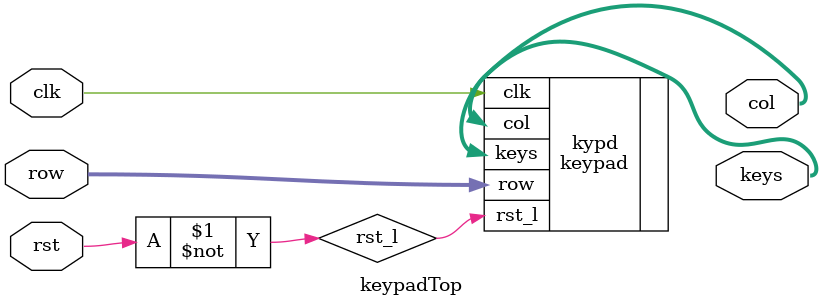
<source format=v>
`timescale 1ns/1ps

module keypadTop
(
	input clk,
	input rst,
	input [3:0] row,
	output [3:0] col,
	output [15:0] keys
);
	wire rst_l;
	assign  rst_l = ~rst;

	keypad #(.N(300_000)) kypd
	 (
		 .clk(clk),
		 .rst_l(rst_l),
		 .row(row),
		 .col(col),
		 .keys(keys)
	 );


	 endmodule



</source>
